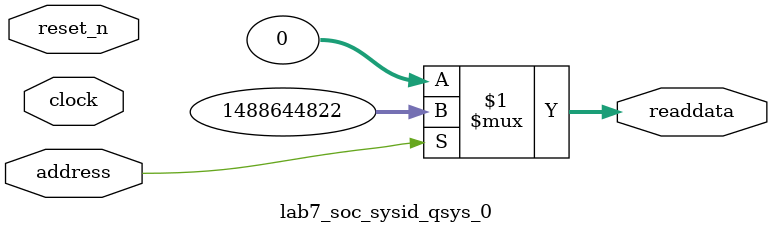
<source format=v>

`timescale 1ns / 1ps
// synthesis translate_on

// turn off superfluous verilog processor warnings 
// altera message_level Level1 
// altera message_off 10034 10035 10036 10037 10230 10240 10030 

module lab7_soc_sysid_qsys_0 (
               // inputs:
                address,
                clock,
                reset_n,

               // outputs:
                readdata
             )
;

  output  [ 31: 0] readdata;
  input            address;
  input            clock;
  input            reset_n;

  wire    [ 31: 0] readdata;
  //control_slave, which is an e_avalon_slave
  assign readdata = address ? 1488644822 : 0;

endmodule




</source>
